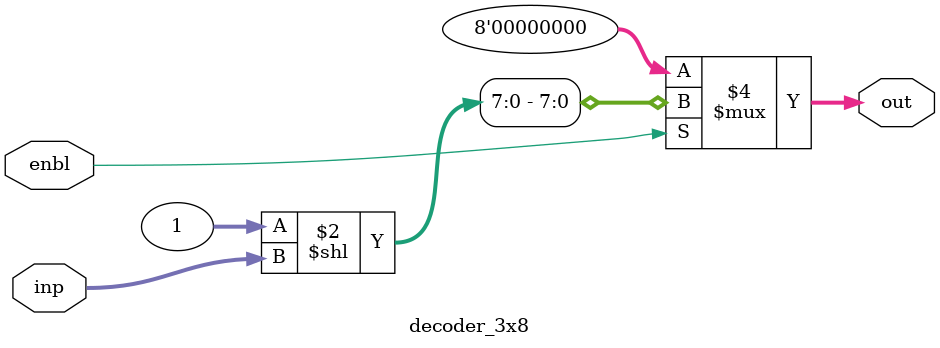
<source format=v>
module decoder_6x64_3x8(input decoder_en,
												input [5:0] decoder_in,
												output [63:0] decoder_out
												);

	wire [7:0] wire_dec;

	decoder_3x8 dec1( .enbl(decoder_en), .inp(decoder_in[5:3]), .out(wire_dec));

	genvar i;
	generate
		for(i=0;i<8;i=i+1) begin
			decoder_3x8 dec1( .enbl(wire_dec[i]), .inp(decoder_in[2:0]), .out(decoder_out[((i+1)*8 - 1) -: 8]));
		end
	endgenerate

endmodule

module decoder_3x8 (input enbl,
										input [2:0] inp,
										output reg [7:0] out
										);

	always @(*) begin
		if(enbl) begin
			out = 1 << inp;		
		end
		else
			out = 8'h00;
	end

endmodule

</source>
